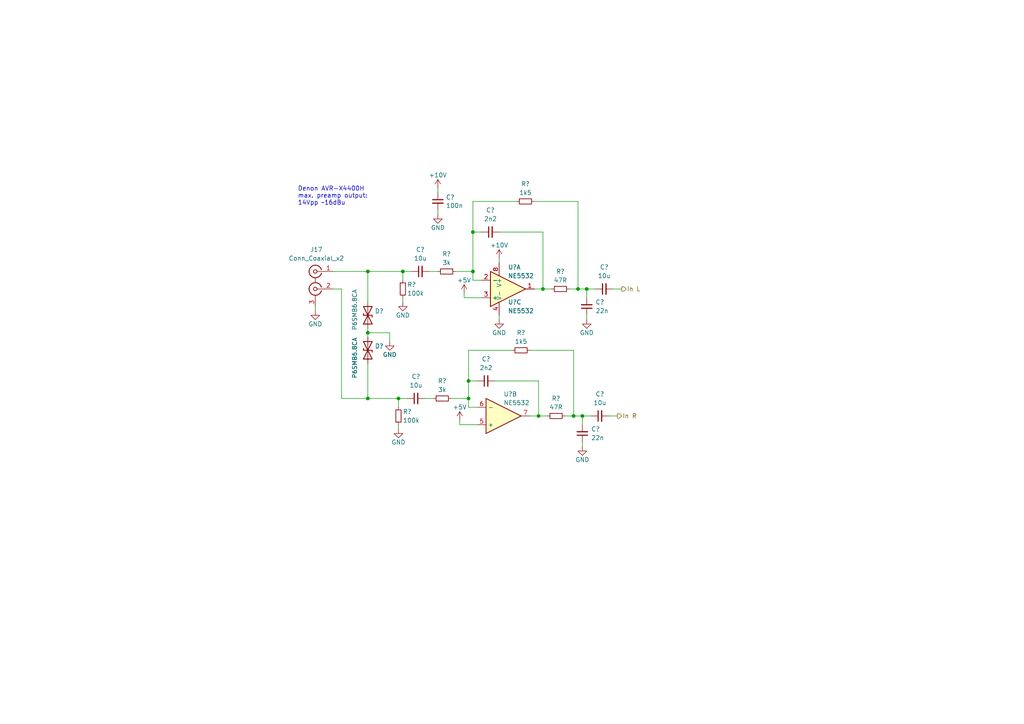
<source format=kicad_sch>
(kicad_sch (version 20230121) (generator eeschema)
  (paper "A4")
  (title_block (title "SmallDSP") (date "2023-10-12") (rev "1.1") (company "Till Heuer"))
  (lib_symbols
    (symbol "Connector:Conn_Coaxial_x2" (pin_names (offset 1.016) hide)
      (property "Reference" "J" (at 0 5.715 0))
      (property "Value" "Conn_Coaxial_x2" (at 2.921 0 90))
      (symbol "Conn_Coaxial_x2_0_1"
        (arc (start -1.778 -3.048) (mid 0.2311 -4.3466) (end 1.778 -2.54) (stroke (width 0.254)))
        (arc (start -1.778 2.032) (mid 0.2311 0.7334) (end 1.778 2.54) (stroke (width 0.254)))
        (circle (center 0 -2.54) (radius 0.508) (stroke (width 0.2032)))
        (polyline (pts (xy -2.54 -2.54) (xy -0.508 -2.54)))
        (polyline (pts (xy -2.54 2.54) (xy -0.508 2.54)))
        (polyline (pts (xy 0 -5.08) (xy 0 -4.318)))
        (polyline (pts (xy 0 0.762) (xy 0 -0.635)))
        (circle (center 0 2.54) (radius 0.508) (stroke (width 0.2032)))
        (arc (start 1.778 -2.54) (mid 0.2099 -0.7299) (end -1.778 -2.032) (stroke (width 0.254)))
        (arc (start 1.778 2.54) (mid 0.2099 4.3501) (end -1.778 3.048) (stroke (width 0.254)))
      )
      (symbol "Conn_Coaxial_x2_1_1"
        (pin passive line (at -5.08 2.54 0) (length 2.54) (name "IN1") (number "1"))
        (pin passive line (at -5.08 -2.54 0) (length 2.54) (name "IN2") (number "2"))
        (pin passive line (at 0 -7.62 90) (length 2.54) (name "EXT") (number "3"))
      )
    )
    (symbol "Device:C_Small" (pin_numbers hide) (pin_names (offset 0.254) hide)
      (property "Reference" "C" (at 0.254 1.778 0))
      (property "Value" "C_Small" (at 0.254 -2.032 0))
      (symbol "C_Small_0_1"
        (polyline (pts (xy -1.524 -0.508) (xy 1.524 -0.508)) (stroke (width 0.3302)))
        (polyline (pts (xy -1.524 0.508) (xy 1.524 0.508)) (stroke (width 0.3048)))
      )
      (symbol "C_Small_1_1"
        (pin passive line (at 0 2.54 270) (length 2.032) (name "~") (number "1"))
        (pin passive line (at 0 -2.54 90) (length 2.032) (name "~") (number "2"))
      )
    )
    (symbol "Device:D_TVS" (pin_numbers hide) (pin_names (offset 1.016) hide)
      (property "Reference" "D" (at 0 2.54 0))
      (property "Value" "D_TVS" (at 0 -2.54 0))
      (symbol "D_TVS_0_1"
        (polyline (pts (xy 1.27 0) (xy -1.27 0)))
        (polyline (pts (xy 0.508 1.27) (xy 0 1.27) (xy 0 -1.27) (xy -0.508 -1.27)) (stroke (width 0.254)))
        (polyline (pts (xy -2.54 1.27) (xy -2.54 -1.27) (xy 2.54 1.27) (xy 2.54 -1.27) (xy -2.54 1.27)) (stroke (width 0.254)))
      )
      (symbol "D_TVS_1_1"
        (pin passive line (at -3.81 0 0) (length 2.54) (name "A1") (number "1"))
        (pin passive line (at 3.81 0 180) (length 2.54) (name "A2") (number "2"))
      )
    )
    (symbol "Device:Opamp_Dual"
      (property "Reference" "U" (at 0 5.08 0))
      (property "Value" "Opamp_Dual" (at 0 -5.08 0))
      (symbol "Opamp_Dual_1_1"
        (polyline (pts (xy -5.08 5.08) (xy 5.08 0) (xy -5.08 -5.08) (xy -5.08 5.08)) (stroke (width 0.254)) (fill (type background)))
        (pin output line (at 7.62 0 180) (length 2.54) (name "~") (number "1"))
        (pin input line (at -7.62 -2.54 0) (length 2.54) (name "-") (number "2"))
        (pin input line (at -7.62 2.54 0) (length 2.54) (name "+") (number "3"))
      )
      (symbol "Opamp_Dual_2_1"
        (polyline (pts (xy -5.08 5.08) (xy 5.08 0) (xy -5.08 -5.08) (xy -5.08 5.08)) (stroke (width 0.254)) (fill (type background)))
        (pin input line (at -7.62 2.54 0) (length 2.54) (name "+") (number "5"))
        (pin input line (at -7.62 -2.54 0) (length 2.54) (name "-") (number "6"))
        (pin output line (at 7.62 0 180) (length 2.54) (name "~") (number "7"))
      )
      (symbol "Opamp_Dual_3_1"
        (pin power_in line (at -2.54 -7.62 90) (length 3.81) (name "V-") (number "4"))
        (pin power_in line (at -2.54 7.62 270) (length 3.81) (name "V+") (number "8"))
      )
    )
    (symbol "Device:R_Small" (pin_numbers hide) (pin_names (offset 0.254) hide)
      (property "Reference" "R" (at 0.762 0.508 0))
      (property "Value" "R_Small" (at 0.762 -1.016 0))
      (symbol "R_Small_0_1"
        (rectangle (start -0.762 1.778) (end 0.762 -1.778) (stroke (width 0.2032)))
      )
      (symbol "R_Small_1_1"
        (pin passive line (at 0 2.54 270) (length 0.762) (name "~") (number "1"))
        (pin passive line (at 0 -2.54 90) (length 0.762) (name "~") (number "2"))
      )
    )
    (symbol "power:+10V" (power) (pin_names (offset 0))
      (property "Value" "+10V" (at 0 3.556 0))
      (symbol "+10V_0_1"
        (polyline (pts (xy -0.762 1.27) (xy 0 2.54)))
        (polyline (pts (xy 0 0) (xy 0 2.54)))
        (polyline (pts (xy 0 2.54) (xy 0.762 1.27)))
      )
      (symbol "+10V_1_1"
        (pin power_in line (at 0 0 90) (length 0) hide (name "+10V") (number "1"))
      )
    )
    (symbol "power:+5V" (power) (pin_names (offset 0))
      (property "Value" "+5V" (at 0 3.556 0))
      (symbol "+5V_0_1"
        (polyline (pts (xy -0.762 1.27) (xy 0 2.54)))
        (polyline (pts (xy 0 0) (xy 0 2.54)))
        (polyline (pts (xy 0 2.54) (xy 0.762 1.27)))
      )
      (symbol "+5V_1_1"
        (pin power_in line (at 0 0 90) (length 0) hide (name "+5V") (number "1"))
      )
    )
    (symbol "power:GND" (power) (pin_names (offset 0))
      (property "Value" "GND" (at 0 -3.81 0))
      (symbol "GND_0_1"
        (polyline (pts (xy 0 0) (xy 0 -1.27) (xy 1.27 -1.27) (xy 0 -2.54) (xy -1.27 -1.27) (xy 0 -1.27)))
      )
      (symbol "GND_1_1"
        (pin power_in line (at 0 0 270) (length 0) hide (name "GND") (number "1"))
      )
    )
  )
  (junction (at 115.57 115.57))
  (junction (at 137.16 67.31))
  (junction (at 137.16 78.74))
  (junction (at 106.68 96.52))
  (junction (at 106.68 115.57))
  (junction (at 116.84 78.74))
  (junction (at 156.21 120.65))
  (junction (at 170.18 83.82))
  (junction (at 106.68 78.74))
  (junction (at 135.89 110.49))
  (junction (at 135.89 115.57))
  (junction (at 166.37 120.65))
  (junction (at 157.48 83.82))
  (junction (at 167.64 83.82))
  (junction (at 168.91 120.65))
  (wire (pts (xy 176.53 120.65) (xy 179.07 120.65)))
  (wire (pts (xy 166.37 101.6) (xy 166.37 120.65)))
  (wire (pts (xy 106.68 95.25) (xy 106.68 96.52)))
  (wire (pts (xy 106.68 96.52) (xy 113.03 96.52)))
  (wire (pts (xy 116.84 78.74) (xy 116.84 81.28)))
  (wire (pts (xy 96.52 78.74) (xy 106.68 78.74)))
  (wire (pts (xy 157.48 83.82) (xy 154.94 83.82)))
  (wire (pts (xy 168.91 123.19) (xy 168.91 120.65)))
  (wire (pts (xy 138.43 110.49) (xy 135.89 110.49)))
  (wire (pts (xy 170.18 83.82) (xy 167.64 83.82)))
  (wire (pts (xy 170.18 86.36) (xy 170.18 83.82)))
  (wire (pts (xy 137.16 78.74) (xy 137.16 81.28)))
  (wire (pts (xy 168.91 120.65) (xy 171.45 120.65)))
  (wire (pts (xy 138.43 118.11) (xy 135.89 118.11)))
  (wire (pts (xy 148.59 101.6) (xy 135.89 101.6)))
  (wire (pts (xy 156.21 110.49) (xy 156.21 120.65)))
  (wire (pts (xy 168.91 120.65) (xy 166.37 120.65)))
  (wire (pts (xy 149.86 58.42) (xy 137.16 58.42)))
  (wire (pts (xy 137.16 67.31) (xy 137.16 78.74)))
  (wire (pts (xy 113.03 96.52) (xy 113.03 99.06)))
  (wire (pts (xy 124.46 78.74) (xy 127 78.74)))
  (wire (pts (xy 168.91 128.27) (xy 168.91 129.54)))
  (wire (pts (xy 156.21 120.65) (xy 158.75 120.65)))
  (wire (pts (xy 130.81 115.57) (xy 135.89 115.57)))
  (wire (pts (xy 134.62 86.36) (xy 139.7 86.36)))
  (wire (pts (xy 167.64 83.82) (xy 165.1 83.82)))
  (wire (pts (xy 133.35 121.92) (xy 133.35 123.19)))
  (wire (pts (xy 167.64 58.42) (xy 167.64 83.82)))
  (wire (pts (xy 115.57 115.57) (xy 118.11 115.57)))
  (wire (pts (xy 170.18 83.82) (xy 172.72 83.82)))
  (wire (pts (xy 127 54.61) (xy 127 55.88)))
  (wire (pts (xy 132.08 78.74) (xy 137.16 78.74)))
  (wire (pts (xy 153.67 101.6) (xy 166.37 101.6)))
  (wire (pts (xy 139.7 67.31) (xy 137.16 67.31)))
  (wire (pts (xy 133.35 123.19) (xy 138.43 123.19)))
  (wire (pts (xy 91.44 88.9) (xy 91.44 90.17)))
  (wire (pts (xy 154.94 58.42) (xy 167.64 58.42)))
  (wire (pts (xy 144.78 91.44) (xy 144.78 92.71)))
  (wire (pts (xy 170.18 91.44) (xy 170.18 92.71)))
  (wire (pts (xy 127 60.96) (xy 127 62.23)))
  (wire (pts (xy 139.7 81.28) (xy 137.16 81.28)))
  (wire (pts (xy 135.89 115.57) (xy 135.89 118.11)))
  (wire (pts (xy 99.06 115.57) (xy 99.06 83.82)))
  (wire (pts (xy 115.57 115.57) (xy 115.57 118.11)))
  (wire (pts (xy 157.48 67.31) (xy 157.48 83.82)))
  (wire (pts (xy 116.84 78.74) (xy 119.38 78.74)))
  (wire (pts (xy 116.84 86.36) (xy 116.84 87.63)))
  (wire (pts (xy 99.06 115.57) (xy 106.68 115.57)))
  (wire (pts (xy 106.68 78.74) (xy 106.68 87.63)))
  (wire (pts (xy 99.06 83.82) (xy 96.52 83.82)))
  (wire (pts (xy 106.68 96.52) (xy 106.68 97.79)))
  (wire (pts (xy 134.62 85.09) (xy 134.62 86.36)))
  (wire (pts (xy 123.19 115.57) (xy 125.73 115.57)))
  (wire (pts (xy 135.89 101.6) (xy 135.89 110.49)))
  (wire (pts (xy 106.68 105.41) (xy 106.68 115.57)))
  (wire (pts (xy 144.78 67.31) (xy 157.48 67.31)))
  (wire (pts (xy 143.51 110.49) (xy 156.21 110.49)))
  (wire (pts (xy 106.68 115.57) (xy 115.57 115.57)))
  (wire (pts (xy 106.68 78.74) (xy 116.84 78.74)))
  (wire (pts (xy 137.16 58.42) (xy 137.16 67.31)))
  (wire (pts (xy 177.8 83.82) (xy 180.34 83.82)))
  (wire (pts (xy 144.78 74.93) (xy 144.78 76.2)))
  (wire (pts (xy 135.89 110.49) (xy 135.89 115.57)))
  (wire (pts (xy 157.48 83.82) (xy 160.02 83.82)))
  (wire (pts (xy 115.57 123.19) (xy 115.57 124.46)))
  (wire (pts (xy 166.37 120.65) (xy 163.83 120.65)))
  (wire (pts (xy 156.21 120.65) (xy 153.67 120.65)))
  (text "Denon AVR-X4400H\nmax. preamp output:\n14Vpp ~16dBu" (at 86.36 59.69 0) (effects (font (size 1.27 1.27)) (justify left bottom)))
  (hierarchical_label "In R" (shape output) (at 179.07 120.65 0))
  (hierarchical_label "In L" (shape output) (at 180.34 83.82 0))
  (symbol (lib_id "Device:D_TVS") (at 106.68 101.6 90) (unit 1)
    (property "Reference" "D?" (at 108.712 100.3879 90) (effects (justify right)))
    (property "Value" "P6SMB6.8CA" (at 102.87 97.79 0) (effects (justify right)))
    (property "Footprint" "Diode_SMD:D_SMB" (effects hide))
    (property "Assembling" "X" (effects hide))
    (property "JLC Part Number" "C78395" (effects hide))
    (property "Manufacturer" "Brightking" (effects hide))
    (property "Part Number" "P6SMB6.8CA/TR13" (effects hide))
    (instances (project "SmallDSPMaxi" (path "" (reference "D?") (unit 1)) (path "" (reference "D?") (unit 1)) (path "" (reference "D9") (unit 1)) (path "" (reference "D11") (unit 1)) (path "" (reference "D15") (unit 1)) (path "" (reference "D22") (unit 1)) (path "" (reference "D24") (unit 1)) (path "" (reference "D26") (unit 1)) (path "" (reference "D28") (unit 1)) (path "" (reference "D30") (unit 1)) (path "" (reference "D32") (unit 1)) (path "" (reference "D34") (unit 1)) (path "" (reference "D36") (unit 1)) (path "" (reference "D38") (unit 1))))
  )
  (symbol (lib_id "Device:R_Small") (at 161.29 120.65 90) (unit 1)
    (property "Reference" "R?" (at 161.29 115.57 90))
    (property "Value" "47R" (at 161.29 118.11 90))
    (property "Assembling" "X" (effects hide))
    (property "Manufacturer" "UNI-ROYAL(Uniroyal Elec)" (effects hide))
    (property "Tolerance" "1%" (effects hide))
    (instances (project "SmallDSPMaxi" (path "" (reference "R?") (unit 1)) (path "" (reference "R24") (unit 1)) (path "" (reference "R50") (unit 1)) (path "" (reference "R58") (unit 1)) (path "" (reference "R66") (unit 1)) (path "" (reference "R74") (unit 1)) (path "" (reference "R95") (unit 1)) (path "" (reference "R103") (unit 1)) (path "" (reference "R111") (unit 1)) (path "" (reference "R119") (unit 1)) (path "" (reference "R127") (unit 1)) (path "" (reference "R135") (unit 1)) (path "" (reference "R143") (unit 1))))
  )
  (symbol (lib_id "power:GND") (at 170.18 92.71 0) (unit 1)
    (property "Reference" "#PWR?" (effects hide))
    (property "Value" "GND" (at 170.18 96.52 0))
    (instances (project "SmallDSPMaxi" (path "" (reference "#PWR?") (unit 1)) (path "" (reference "#PWR079") (unit 1)) (path "" (reference "#PWR0115") (unit 1)) (path "" (reference "#PWR0132") (unit 1)) (path "" (reference "#PWR0155") (unit 1)) (path "" (reference "#PWR0240") (unit 1)) (path "" (reference "#PWR0254") (unit 1)) (path "" (reference "#PWR0268") (unit 1)) (path "" (reference "#PWR0282") (unit 1)) (path "" (reference "#PWR0296") (unit 1)) (path "" (reference "#PWR0310") (unit 1)) (path "" (reference "#PWR0324") (unit 1)) (path "" (reference "#PWR0338") (unit 1))))
  )
  (symbol (lib_id "Device:C_Small") (at 173.99 120.65 90) (unit 1)
    (property "Reference" "C?" (at 173.9963 114.3 90))
    (property "Value" "10u" (at 173.9963 116.84 90))
    (property "Footprint" "Capacitor_SMD:C_1206_3216Metric" (effects hide))
    (property "Dielectric" "X7R" (effects hide))
    (property "Rated Voltage" "50V" (effects hide))
    (property "Assembling" "X" (effects hide))
    (property "JLC Part Number" "C1848" (effects hide))
    (property "Manufacturer" "Samsung Electro-Mechanics" (effects hide))
    (property "Part Number" "CL31B105KBHNNNE" (effects hide))
    (property "Tolerance" "10%" (effects hide))
    (instances (project "SmallDSPMaxi" (path "" (reference "C?") (unit 1)) (path "" (reference "C399") (unit 1)) (path "" (reference "C400") (unit 1)) (path "" (reference "C401") (unit 1)) (path "" (reference "C402") (unit 1)) (path "" (reference "C403") (unit 1)) (path "" (reference "C404") (unit 1)) (path "" (reference "C405") (unit 1)) (path "" (reference "C406") (unit 1)) (path "" (reference "C407") (unit 1)) (path "" (reference "C408") (unit 1)) (path "" (reference "C409") (unit 1)) (path "" (reference "C410") (unit 1))))
  )
  (symbol (lib_id "power:+10V") (at 144.78 74.93 0) (unit 1)
    (property "Reference" "#PWR?" (effects hide))
    (property "Value" "+10V" (at 144.78 71.12 0))
    (instances (project "SmallDSPMaxi" (path "" (reference "#PWR?") (unit 1)) (path "" (reference "#PWR?") (unit 1)) (path "" (reference "#PWR089") (unit 1)) (path "" (reference "#PWR0109") (unit 1)) (path "" (reference "#PWR0128") (unit 1)) (path "" (reference "#PWR0149") (unit 1)) (path "" (reference "#PWR0236") (unit 1)) (path "" (reference "#PWR0250") (unit 1)) (path "" (reference "#PWR0264") (unit 1)) (path "" (reference "#PWR0278") (unit 1)) (path "" (reference "#PWR0292") (unit 1)) (path "" (reference "#PWR0306") (unit 1)) (path "" (reference "#PWR0320") (unit 1)) (path "" (reference "#PWR0334") (unit 1))))
  )
  (symbol (lib_id "Device:Opamp_Dual") (at 146.05 120.65 0) (mirror x) (unit 2)
    (property "Reference" "U?" (at 146.05 114.3 0) (effects (justify left)))
    (property "Value" "NE5532" (at 146.05 116.84 0) (effects (justify left)))
    (property "Footprint" "Package_SO:SOIC-8_3.9x4.9mm_P1.27mm" (effects hide))
    (property "Manufacturer" "Texas Instruments" (effects hide))
    (property "Part Number" "NE5532DR" (effects hide))
    (property "Assembling" "X" (effects hide))
    (property "JLC Part Number" "C7426" (effects hide))
    (instances (project "SmallDSPMaxi" (path "" (reference "U?") (unit 2)) (path "" (reference "U4") (unit 2)) (path "" (reference "U5") (unit 2)) (path "" (reference "U6") (unit 2)) (path "" (reference "U9") (unit 2)) (path "" (reference "U10") (unit 2)) (path "" (reference "U17") (unit 2)) (path "" (reference "U18") (unit 2)) (path "" (reference "U19") (unit 2)) (path "" (reference "U20") (unit 2)) (path "" (reference "U21") (unit 2)) (path "" (reference "U22") (unit 2)) (path "" (reference "U23") (unit 2))))
  )
  (symbol (lib_id "power:GND") (at 168.91 129.54 0) (unit 1)
    (property "Reference" "#PWR?" (effects hide))
    (property "Value" "GND" (at 168.91 133.35 0))
    (instances (project "SmallDSPMaxi" (path "" (reference "#PWR?") (unit 1)) (path "" (reference "#PWR074") (unit 1)) (path "" (reference "#PWR0112") (unit 1)) (path "" (reference "#PWR0130") (unit 1)) (path "" (reference "#PWR0153") (unit 1)) (path "" (reference "#PWR0238") (unit 1)) (path "" (reference "#PWR0252") (unit 1)) (path "" (reference "#PWR0266") (unit 1)) (path "" (reference "#PWR0280") (unit 1)) (path "" (reference "#PWR0294") (unit 1)) (path "" (reference "#PWR0308") (unit 1)) (path "" (reference "#PWR0322") (unit 1)) (path "" (reference "#PWR0336") (unit 1))))
  )
  (symbol (lib_id "power:GND") (at 116.84 87.63 0) (unit 1)
    (property "Reference" "#PWR?" (effects hide))
    (property "Value" "GND" (at 116.84 91.44 0))
    (instances (project "SmallDSPMaxi" (path "" (reference "#PWR?") (unit 1)) (path "" (reference "#PWR077") (unit 1)) (path "" (reference "#PWR0103") (unit 1)) (path "" (reference "#PWR0120") (unit 1)) (path "" (reference "#PWR0137") (unit 1)) (path "" (reference "#PWR0161") (unit 1)) (path "" (reference "#PWR0245") (unit 1)) (path "" (reference "#PWR0259") (unit 1)) (path "" (reference "#PWR0273") (unit 1)) (path "" (reference "#PWR0287") (unit 1)) (path "" (reference "#PWR0301") (unit 1)) (path "" (reference "#PWR0315") (unit 1)) (path "" (reference "#PWR0329") (unit 1))))
  )
  (symbol (lib_id "Device:R_Small") (at 116.84 83.82 0) (mirror y) (unit 1)
    (property "Reference" "R?" (at 118.11 82.55 0) (effects (justify right)))
    (property "Value" "100k" (at 118.11 85.09 0) (effects (justify right)))
    (property "Footprint" "Resistor_SMD:R_0402_1005Metric" (effects hide))
    (property "Assembling" "X" (effects hide))
    (property "JLC Part Number" "C25741" (effects hide))
    (property "Manufacturer" "UNI-ROYAL(Uniroyal Elec)" (effects hide))
    (property "Rated Power" "62.5mW" (effects hide))
    (property "Part Number" "0402WGF1003TCE" (effects hide))
    (property "Tolerance" "1%" (effects hide))
    (instances (project "SmallDSPMaxi" (path "" (reference "R?") (unit 1)) (path "" (reference "R20") (unit 1)) (path "" (reference "R45") (unit 1)) (path "" (reference "R53") (unit 1)) (path "" (reference "R61") (unit 1)) (path "" (reference "R69") (unit 1)) (path "" (reference "R90") (unit 1)) (path "" (reference "R98") (unit 1)) (path "" (reference "R106") (unit 1)) (path "" (reference "R114") (unit 1)) (path "" (reference "R122") (unit 1)) (path "" (reference "R130") (unit 1)) (path "" (reference "R138") (unit 1))))
  )
  (symbol (lib_id "power:+5V") (at 134.62 85.09 0) (unit 1)
    (property "Reference" "#PWR?" (effects hide))
    (property "Value" "+5V" (at 134.62 81.28 0))
    (instances (project "SmallDSPMaxi" (path "" (reference "#PWR?") (unit 1)) (path "" (reference "#PWR076") (unit 1)) (path "" (reference "#PWR0108") (unit 1)) (path "" (reference "#PWR0125") (unit 1)) (path "" (reference "#PWR0148") (unit 1)) (path "" (reference "#PWR0235") (unit 1)) (path "" (reference "#PWR0249") (unit 1)) (path "" (reference "#PWR0263") (unit 1)) (path "" (reference "#PWR0277") (unit 1)) (path "" (reference "#PWR0291") (unit 1)) (path "" (reference "#PWR0305") (unit 1)) (path "" (reference "#PWR0319") (unit 1)) (path "" (reference "#PWR0333") (unit 1))))
  )
  (symbol (lib_id "Device:C_Small") (at 127 58.42 0) (unit 1)
    (property "Reference" "C?" (at 129.3241 57.2142 0) (effects (justify left)))
    (property "Value" "100n" (at 129.3241 59.6384 0) (effects (justify left)))
    (property "Footprint" "Capacitor_SMD:C_0402_1005Metric" (effects hide))
    (property "Dielectric" "X7R" (effects hide))
    (property "Notes" "-25%@10VDC" (effects hide))
    (property "Rated Voltage" "50V" (effects hide))
    (property "Assembling" "X" (effects hide))
    (property "JLC Part Number" "C307331" (effects hide))
    (property "Manufacturer" "Samsung Electro-Mechanics" (effects hide))
    (property "Part Number" "CL05B104KB54PNC" (effects hide))
    (property "Tolerance" "10%" (effects hide))
    (instances (project "SmallDSPMaxi" (path "" (reference "C?") (unit 1)) (path "" (reference "C19") (unit 1)) (path "" (reference "C33") (unit 1)) (path "" (reference "C104") (unit 1)) (path "" (reference "C113") (unit 1)) (path "" (reference "C122") (unit 1)) (path "" (reference "C131") (unit 1)) (path "" (reference "C140") (unit 1)) (path "" (reference "C149") (unit 1)) (path "" (reference "C158") (unit 1)) (path "" (reference "C167") (unit 1)) (path "" (reference "C176") (unit 1)) (path "" (reference "C185") (unit 1))))
  )
  (symbol (lib_id "Device:C_Small") (at 120.65 115.57 90) (unit 1)
    (property "Reference" "C?" (at 120.6563 109.22 90))
    (property "Value" "10u" (at 120.6563 111.76 90))
    (property "Footprint" "Capacitor_SMD:C_1206_3216Metric" (effects hide))
    (property "Dielectric" "X7R" (effects hide))
    (property "Rated Voltage" "50V" (effects hide))
    (property "Assembling" "X" (effects hide))
    (property "JLC Part Number" "C1848" (effects hide))
    (property "Manufacturer" "Samsung Electro-Mechanics" (effects hide))
    (property "Part Number" "CL31B105KBHNNNE" (effects hide))
    (property "Tolerance" "10%" (effects hide))
    (instances (project "SmallDSPMaxi" (path "" (reference "C?") (unit 1)) (path "" (reference "C14") (unit 1)) (path "" (reference "C30") (unit 1)) (path "" (reference "C102") (unit 1)) (path "" (reference "C111") (unit 1)) (path "" (reference "C120") (unit 1)) (path "" (reference "C129") (unit 1)) (path "" (reference "C138") (unit 1)) (path "" (reference "C147") (unit 1)) (path "" (reference "C156") (unit 1)) (path "" (reference "C165") (unit 1)) (path "" (reference "C174") (unit 1)) (path "" (reference "C183") (unit 1))))
  )
  (symbol (lib_id "power:GND") (at 113.03 99.06 0) (unit 1)
    (property "Reference" "#PWR?" (effects hide))
    (property "Value" "GND" (at 113.03 102.87 0))
    (instances (project "SmallDSPMaxi" (path "" (reference "#PWR?") (unit 1)) (path "" (reference "#PWR?") (unit 1)) (path "" (reference "#PWR075") (unit 1)) (path "" (reference "#PWR091") (unit 1)) (path "" (reference "#PWR0118") (unit 1)) (path "" (reference "#PWR0135") (unit 1)) (path "" (reference "#PWR0158") (unit 1)) (path "" (reference "#PWR0243") (unit 1)) (path "" (reference "#PWR0257") (unit 1)) (path "" (reference "#PWR0271") (unit 1)) (path "" (reference "#PWR0285") (unit 1)) (path "" (reference "#PWR0299") (unit 1)) (path "" (reference "#PWR0313") (unit 1)) (path "" (reference "#PWR0327") (unit 1))))
  )
  (symbol (lib_id "Device:Opamp_Dual") (at 147.32 83.82 0) (unit 3)
    (property "Reference" "U?" (at 147.32 87.63 0) (effects (justify left)))
    (property "Value" "NE5532" (at 147.32 90.17 0) (effects (justify left)))
    (property "Footprint" "Package_SO:SOIC-8_3.9x4.9mm_P1.27mm" (effects hide))
    (property "Manufacturer" "Texas Instruments" (effects hide))
    (property "Part Number" "NE5532DR" (effects hide))
    (property "Assembling" "X" (effects hide))
    (property "JLC Part Number" "C7426" (effects hide))
    (instances (project "SmallDSPMaxi" (path "" (reference "U?") (unit 3)) (path "" (reference "U4") (unit 3)) (path "" (reference "U5") (unit 3)) (path "" (reference "U6") (unit 3)) (path "" (reference "U9") (unit 3)) (path "" (reference "U10") (unit 3)) (path "" (reference "U17") (unit 3)) (path "" (reference "U18") (unit 3)) (path "" (reference "U19") (unit 3)) (path "" (reference "U20") (unit 3)) (path "" (reference "U21") (unit 3)) (path "" (reference "U22") (unit 3)) (path "" (reference "U23") (unit 3))))
  )
  (symbol (lib_id "Device:R_Small") (at 151.13 101.6 90) (unit 1)
    (property "Reference" "R?" (at 151.13 96.52 90))
    (property "Value" "1k5" (at 151.13 99.06 90))
    (property "Assembling" "X" (effects hide))
    (property "Manufacturer" "UNI-ROYAL(Uniroyal Elec)" (effects hide))
    (property "Tolerance" "1%" (effects hide))
    (instances (project "SmallDSPMaxi" (path "" (reference "R?") (unit 1)) (path "" (reference "R23") (unit 1)) (path "" (reference "R48") (unit 1)) (path "" (reference "R56") (unit 1)) (path "" (reference "R64") (unit 1)) (path "" (reference "R72") (unit 1)) (path "" (reference "R93") (unit 1)) (path "" (reference "R101") (unit 1)) (path "" (reference "R109") (unit 1)) (path "" (reference "R117") (unit 1)) (path "" (reference "R125") (unit 1)) (path "" (reference "R133") (unit 1)) (path "" (reference "R141") (unit 1))))
  )
  (symbol (lib_id "Device:R_Small") (at 152.4 58.42 90) (unit 1)
    (property "Reference" "R?" (at 152.4 53.34 90))
    (property "Value" "1k5" (at 152.4 55.88 90))
    (property "Assembling" "X" (effects hide))
    (property "Manufacturer" "UNI-ROYAL(Uniroyal Elec)" (effects hide))
    (property "Tolerance" "1%" (effects hide))
    (instances (project "SmallDSPMaxi" (path "" (reference "R?") (unit 1)) (path "" (reference "R26") (unit 1)) (path "" (reference "R49") (unit 1)) (path "" (reference "R57") (unit 1)) (path "" (reference "R65") (unit 1)) (path "" (reference "R73") (unit 1)) (path "" (reference "R94") (unit 1)) (path "" (reference "R102") (unit 1)) (path "" (reference "R110") (unit 1)) (path "" (reference "R118") (unit 1)) (path "" (reference "R126") (unit 1)) (path "" (reference "R134") (unit 1)) (path "" (reference "R142") (unit 1))))
  )
  (symbol (lib_id "Device:Opamp_Dual") (at 147.32 83.82 0) (mirror x) (unit 1)
    (property "Reference" "U?" (at 147.32 77.47 0) (effects (justify left)))
    (property "Value" "NE5532" (at 147.32 80.01 0) (effects (justify left)))
    (property "Footprint" "Package_SO:SOIC-8_3.9x4.9mm_P1.27mm" (effects hide))
    (property "Manufacturer" "Texas Instruments" (effects hide))
    (property "Part Number" "NE5532DR" (effects hide))
    (property "Assembling" "X" (effects hide))
    (property "JLC Part Number" "C7426" (effects hide))
    (instances (project "SmallDSPMaxi" (path "" (reference "U?") (unit 1)) (path "" (reference "U4") (unit 1)) (path "" (reference "U5") (unit 1)) (path "" (reference "U6") (unit 1)) (path "" (reference "U9") (unit 1)) (path "" (reference "U10") (unit 1)) (path "" (reference "U17") (unit 1)) (path "" (reference "U18") (unit 1)) (path "" (reference "U19") (unit 1)) (path "" (reference "U20") (unit 1)) (path "" (reference "U21") (unit 1)) (path "" (reference "U22") (unit 1)) (path "" (reference "U23") (unit 1))))
  )
  (symbol (lib_id "Device:C_Small") (at 140.97 110.49 90) (unit 1)
    (property "Reference" "C?" (at 140.9763 104.14 90))
    (property "Value" "2n2" (at 140.9763 106.68 90))
    (property "Dielectric" "X7R" (effects hide))
    (property "Notes" "C0G better" (effects hide))
    (property "Rated Voltage" "50V" (effects hide))
    (property "Assembling" "X" (effects hide))
    (property "Tolerance" "10%" (effects hide))
    (instances (project "SmallDSPMaxi" (path "" (reference "C?") (unit 1)) (path "" (reference "C9") (unit 1)) (path "" (reference "C34") (unit 1)) (path "" (reference "C105") (unit 1)) (path "" (reference "C114") (unit 1)) (path "" (reference "C123") (unit 1)) (path "" (reference "C132") (unit 1)) (path "" (reference "C141") (unit 1)) (path "" (reference "C150") (unit 1)) (path "" (reference "C159") (unit 1)) (path "" (reference "C168") (unit 1)) (path "" (reference "C177") (unit 1)) (path "" (reference "C186") (unit 1))))
  )
  (symbol (lib_id "Connector:Conn_Coaxial_x2") (at 91.44 81.28 0) (mirror y) (unit 1)
    (property "Reference" "J17" (at 91.7574 72.39 0))
    (property "Value" "Conn_Coaxial_x2" (at 91.7574 74.93 0))
    (property "Datasheet" " ~" (effects hide))
    (instances (project "SmallDSPMaxi" (path "" (reference "J17") (unit 1)) (path "" (reference "J1") (unit 1)) (path "" (reference "J2") (unit 1)) (path "" (reference "J3") (unit 1)) (path "" (reference "J4") (unit 1)) (path "" (reference "J5") (unit 1)) (path "" (reference "J6") (unit 1)) (path "" (reference "J7") (unit 1)) (path "" (reference "J8") (unit 1)) (path "" (reference "J9") (unit 1)) (path "" (reference "J10") (unit 1)) (path "" (reference "J12") (unit 1))))
  )
  (symbol (lib_id "Device:R_Small") (at 128.27 115.57 90) (unit 1)
    (property "Reference" "R?" (at 128.27 110.49 90))
    (property "Value" "3k" (at 128.27 113.03 90))
    (property "Assembling" "X" (effects hide))
    (property "Manufacturer" "UNI-ROYAL(Uniroyal Elec)" (effects hide))
    (property "Tolerance" "1%" (effects hide))
    (instances (project "SmallDSPMaxi" (path "" (reference "R?") (unit 1)) (path "" (reference "R22") (unit 1)) (path "" (reference "R46") (unit 1)) (path "" (reference "R54") (unit 1)) (path "" (reference "R62") (unit 1)) (path "" (reference "R70") (unit 1)) (path "" (reference "R91") (unit 1)) (path "" (reference "R99") (unit 1)) (path "" (reference "R107") (unit 1)) (path "" (reference "R115") (unit 1)) (path "" (reference "R123") (unit 1)) (path "" (reference "R131") (unit 1)) (path "" (reference "R139") (unit 1))))
  )
  (symbol (lib_id "Device:R_Small") (at 129.54 78.74 90) (unit 1)
    (property "Reference" "R?" (at 129.54 73.66 90))
    (property "Value" "3k" (at 129.54 76.2 90))
    (property "Assembling" "X" (effects hide))
    (property "Manufacturer" "UNI-ROYAL(Uniroyal Elec)" (effects hide))
    (property "Tolerance" "1%" (effects hide))
    (instances (project "SmallDSPMaxi" (path "" (reference "R?") (unit 1)) (path "" (reference "R25") (unit 1)) (path "" (reference "R47") (unit 1)) (path "" (reference "R55") (unit 1)) (path "" (reference "R63") (unit 1)) (path "" (reference "R71") (unit 1)) (path "" (reference "R92") (unit 1)) (path "" (reference "R100") (unit 1)) (path "" (reference "R108") (unit 1)) (path "" (reference "R116") (unit 1)) (path "" (reference "R124") (unit 1)) (path "" (reference "R132") (unit 1)) (path "" (reference "R140") (unit 1))))
  )
  (symbol (lib_id "Device:C_Small") (at 175.26 83.82 90) (unit 1)
    (property "Reference" "C?" (at 175.2663 77.47 90))
    (property "Value" "10u" (at 175.2663 80.01 90))
    (property "Footprint" "Capacitor_SMD:C_1206_3216Metric" (effects hide))
    (property "Dielectric" "X7R" (effects hide))
    (property "Rated Voltage" "50V" (effects hide))
    (property "Assembling" "X" (effects hide))
    (property "JLC Part Number" "C1848" (effects hide))
    (property "Manufacturer" "Samsung Electro-Mechanics" (effects hide))
    (property "Part Number" "CL31B105KBHNNNE" (effects hide))
    (property "Tolerance" "10%" (effects hide))
    (instances (project "SmallDSPMaxi" (path "" (reference "C?") (unit 1)) (path "" (reference "C387") (unit 1)) (path "" (reference "C388") (unit 1)) (path "" (reference "C389") (unit 1)) (path "" (reference "C390") (unit 1)) (path "" (reference "C391") (unit 1)) (path "" (reference "C392") (unit 1)) (path "" (reference "C393") (unit 1)) (path "" (reference "C394") (unit 1)) (path "" (reference "C395") (unit 1)) (path "" (reference "C396") (unit 1)) (path "" (reference "C397") (unit 1)) (path "" (reference "C398") (unit 1))))
  )
  (symbol (lib_id "Device:C_Small") (at 142.24 67.31 90) (unit 1)
    (property "Reference" "C?" (at 142.2463 60.96 90))
    (property "Value" "2n2" (at 142.2463 63.5 90))
    (property "Dielectric" "X7R" (effects hide))
    (property "Notes" "C0G better" (effects hide))
    (property "Rated Voltage" "50V" (effects hide))
    (property "Assembling" "X" (effects hide))
    (property "Tolerance" "10%" (effects hide))
    (instances (project "SmallDSPMaxi" (path "" (reference "C?") (unit 1)) (path "" (reference "C11") (unit 1)) (path "" (reference "C35") (unit 1)) (path "" (reference "C106") (unit 1)) (path "" (reference "C115") (unit 1)) (path "" (reference "C124") (unit 1)) (path "" (reference "C133") (unit 1)) (path "" (reference "C142") (unit 1)) (path "" (reference "C151") (unit 1)) (path "" (reference "C160") (unit 1)) (path "" (reference "C169") (unit 1)) (path "" (reference "C178") (unit 1)) (path "" (reference "C187") (unit 1))))
  )
  (symbol (lib_id "power:GND") (at 115.57 124.46 0) (unit 1)
    (property "Reference" "#PWR?" (effects hide))
    (property "Value" "GND" (at 115.57 128.27 0))
    (instances (project "SmallDSPMaxi" (path "" (reference "#PWR?") (unit 1)) (path "" (reference "#PWR078") (unit 1)) (path "" (reference "#PWR092") (unit 1)) (path "" (reference "#PWR0119") (unit 1)) (path "" (reference "#PWR0136") (unit 1)) (path "" (reference "#PWR0159") (unit 1)) (path "" (reference "#PWR0244") (unit 1)) (path "" (reference "#PWR0258") (unit 1)) (path "" (reference "#PWR0272") (unit 1)) (path "" (reference "#PWR0286") (unit 1)) (path "" (reference "#PWR0300") (unit 1)) (path "" (reference "#PWR0314") (unit 1)) (path "" (reference "#PWR0328") (unit 1))))
  )
  (symbol (lib_id "power:+5V") (at 133.35 121.92 0) (unit 1)
    (property "Reference" "#PWR?" (effects hide))
    (property "Value" "+5V" (at 133.35 118.11 0))
    (instances (project "SmallDSPMaxi" (path "" (reference "#PWR?") (unit 1)) (path "" (reference "#PWR086") (unit 1)) (path "" (reference "#PWR0106") (unit 1)) (path "" (reference "#PWR0124") (unit 1)) (path "" (reference "#PWR0147") (unit 1)) (path "" (reference "#PWR0234") (unit 1)) (path "" (reference "#PWR0248") (unit 1)) (path "" (reference "#PWR0262") (unit 1)) (path "" (reference "#PWR0276") (unit 1)) (path "" (reference "#PWR0290") (unit 1)) (path "" (reference "#PWR0304") (unit 1)) (path "" (reference "#PWR0318") (unit 1)) (path "" (reference "#PWR0332") (unit 1))))
  )
  (symbol (lib_id "power:GND") (at 91.44 90.17 0) (unit 1)
    (property "Reference" "#PWR?" (effects hide))
    (property "Value" "GND" (at 91.44 93.98 0))
    (instances (project "SmallDSPMaxi" (path "" (reference "#PWR?") (unit 1)) (path "" (reference "#PWR?") (unit 1)) (path "" (reference "#PWR073") (unit 1)) (path "" (reference "#PWR088") (unit 1)) (path "" (reference "#PWR0117") (unit 1)) (path "" (reference "#PWR0134") (unit 1)) (path "" (reference "#PWR0157") (unit 1)) (path "" (reference "#PWR0242") (unit 1)) (path "" (reference "#PWR0256") (unit 1)) (path "" (reference "#PWR0270") (unit 1)) (path "" (reference "#PWR0284") (unit 1)) (path "" (reference "#PWR0298") (unit 1)) (path "" (reference "#PWR0312") (unit 1)) (path "" (reference "#PWR0326") (unit 1))))
  )
  (symbol (lib_id "Device:C_Small") (at 168.91 125.73 180) (unit 1)
    (property "Reference" "C?" (at 171.45 124.4535 0) (effects (justify right)))
    (property "Value" "22n" (at 171.45 126.9935 0) (effects (justify right)))
    (property "Dielectric" "X7R" (effects hide))
    (property "Notes" "C0G better" (effects hide))
    (property "Rated Voltage" "50V" (effects hide))
    (property "Assembling" "X" (effects hide))
    (property "Tolerance" "10%" (effects hide))
    (instances (project "SmallDSPMaxi" (path "" (reference "C?") (unit 1)) (path "" (reference "C10") (unit 1)) (path "" (reference "C36") (unit 1)) (path "" (reference "C107") (unit 1)) (path "" (reference "C116") (unit 1)) (path "" (reference "C125") (unit 1)) (path "" (reference "C134") (unit 1)) (path "" (reference "C143") (unit 1)) (path "" (reference "C152") (unit 1)) (path "" (reference "C161") (unit 1)) (path "" (reference "C170") (unit 1)) (path "" (reference "C179") (unit 1)) (path "" (reference "C188") (unit 1))))
  )
  (symbol (lib_id "power:GND") (at 127 62.23 0) (unit 1)
    (property "Reference" "#PWR?" (effects hide))
    (property "Value" "GND" (at 127 66.04 0))
    (instances (project "SmallDSPMaxi" (path "" (reference "#PWR?") (unit 1)) (path "" (reference "#PWR0102") (unit 1)) (path "" (reference "#PWR0105") (unit 1)) (path "" (reference "#PWR0123") (unit 1)) (path "" (reference "#PWR0139") (unit 1)) (path "" (reference "#PWR0233") (unit 1)) (path "" (reference "#PWR0247") (unit 1)) (path "" (reference "#PWR0261") (unit 1)) (path "" (reference "#PWR0275") (unit 1)) (path "" (reference "#PWR0289") (unit 1)) (path "" (reference "#PWR0303") (unit 1)) (path "" (reference "#PWR0317") (unit 1)) (path "" (reference "#PWR0331") (unit 1))))
  )
  (symbol (lib_id "Device:C_Small") (at 170.18 88.9 180) (unit 1)
    (property "Reference" "C?" (at 172.72 87.6235 0) (effects (justify right)))
    (property "Value" "22n" (at 172.72 90.1635 0) (effects (justify right)))
    (property "Dielectric" "X7R" (effects hide))
    (property "Notes" "C0G better" (effects hide))
    (property "Rated Voltage" "50V" (effects hide))
    (property "Assembling" "X" (effects hide))
    (property "Tolerance" "10%" (effects hide))
    (instances (project "SmallDSPMaxi" (path "" (reference "C?") (unit 1)) (path "" (reference "C12") (unit 1)) (path "" (reference "C38") (unit 1)) (path "" (reference "C109") (unit 1)) (path "" (reference "C118") (unit 1)) (path "" (reference "C127") (unit 1)) (path "" (reference "C136") (unit 1)) (path "" (reference "C145") (unit 1)) (path "" (reference "C154") (unit 1)) (path "" (reference "C163") (unit 1)) (path "" (reference "C172") (unit 1)) (path "" (reference "C181") (unit 1)) (path "" (reference "C190") (unit 1))))
  )
  (symbol (lib_id "Device:R_Small") (at 115.57 120.65 0) (mirror y) (unit 1)
    (property "Reference" "R?" (at 116.84 119.38 0) (effects (justify right)))
    (property "Value" "100k" (at 116.84 121.92 0) (effects (justify right)))
    (property "Footprint" "Resistor_SMD:R_0402_1005Metric" (effects hide))
    (property "Assembling" "X" (effects hide))
    (property "JLC Part Number" "C25741" (effects hide))
    (property "Manufacturer" "UNI-ROYAL(Uniroyal Elec)" (effects hide))
    (property "Rated Power" "62.5mW" (effects hide))
    (property "Part Number" "0402WGF1003TCE" (effects hide))
    (property "Tolerance" "1%" (effects hide))
    (instances (project "SmallDSPMaxi" (path "" (reference "R?") (unit 1)) (path "" (reference "R21") (unit 1)) (path "" (reference "R44") (unit 1)) (path "" (reference "R52") (unit 1)) (path "" (reference "R60") (unit 1)) (path "" (reference "R68") (unit 1)) (path "" (reference "R89") (unit 1)) (path "" (reference "R97") (unit 1)) (path "" (reference "R105") (unit 1)) (path "" (reference "R113") (unit 1)) (path "" (reference "R121") (unit 1)) (path "" (reference "R129") (unit 1)) (path "" (reference "R137") (unit 1))))
  )
  (symbol (lib_id "Device:R_Small") (at 162.56 83.82 90) (unit 1)
    (property "Reference" "R?" (at 162.56 78.74 90))
    (property "Value" "47R" (at 162.56 81.28 90))
    (property "Assembling" "X" (effects hide))
    (property "Manufacturer" "UNI-ROYAL(Uniroyal Elec)" (effects hide))
    (property "Tolerance" "1%" (effects hide))
    (instances (project "SmallDSPMaxi" (path "" (reference "R?") (unit 1)) (path "" (reference "R27") (unit 1)) (path "" (reference "R51") (unit 1)) (path "" (reference "R59") (unit 1)) (path "" (reference "R67") (unit 1)) (path "" (reference "R75") (unit 1)) (path "" (reference "R96") (unit 1)) (path "" (reference "R104") (unit 1)) (path "" (reference "R112") (unit 1)) (path "" (reference "R120") (unit 1)) (path "" (reference "R128") (unit 1)) (path "" (reference "R136") (unit 1)) (path "" (reference "R144") (unit 1))))
  )
  (symbol (lib_id "power:+10V") (at 127 54.61 0) (unit 1)
    (property "Reference" "#PWR?" (effects hide))
    (property "Value" "+10V" (at 127 50.8 0))
    (instances (project "SmallDSPMaxi" (path "" (reference "#PWR?") (unit 1)) (path "" (reference "#PWR?") (unit 1)) (path "" (reference "#PWR0101") (unit 1)) (path "" (reference "#PWR0104") (unit 1)) (path "" (reference "#PWR0121") (unit 1)) (path "" (reference "#PWR0138") (unit 1)) (path "" (reference "#PWR0232") (unit 1)) (path "" (reference "#PWR0246") (unit 1)) (path "" (reference "#PWR0260") (unit 1)) (path "" (reference "#PWR0274") (unit 1)) (path "" (reference "#PWR0288") (unit 1)) (path "" (reference "#PWR0302") (unit 1)) (path "" (reference "#PWR0316") (unit 1)) (path "" (reference "#PWR0330") (unit 1))))
  )
  (symbol (lib_id "power:GND") (at 144.78 92.71 0) (unit 1)
    (property "Reference" "#PWR?" (effects hide))
    (property "Value" "GND" (at 144.78 96.52 0))
    (instances (project "SmallDSPMaxi" (path "" (reference "#PWR?") (unit 1)) (path "" (reference "#PWR090") (unit 1)) (path "" (reference "#PWR0110") (unit 1)) (path "" (reference "#PWR0129") (unit 1)) (path "" (reference "#PWR0152") (unit 1)) (path "" (reference "#PWR0237") (unit 1)) (path "" (reference "#PWR0251") (unit 1)) (path "" (reference "#PWR0265") (unit 1)) (path "" (reference "#PWR0279") (unit 1)) (path "" (reference "#PWR0293") (unit 1)) (path "" (reference "#PWR0307") (unit 1)) (path "" (reference "#PWR0321") (unit 1)) (path "" (reference "#PWR0335") (unit 1))))
  )
  (symbol (lib_id "Device:D_TVS") (at 106.68 91.44 90) (unit 1)
    (property "Reference" "D?" (at 108.712 90.2279 90) (effects (justify right)))
    (property "Value" "P6SMB6.8CA" (at 102.87 83.82 0) (effects (justify right)))
    (property "Footprint" "Diode_SMD:D_SMB" (effects hide))
    (property "Assembling" "X" (effects hide))
    (property "JLC Part Number" "C78395" (effects hide))
    (property "Manufacturer" "Brightking" (effects hide))
    (property "Part Number" "P6SMB6.8CA/TR13" (effects hide))
    (instances (project "SmallDSPMaxi" (path "" (reference "D?") (unit 1)) (path "" (reference "D?") (unit 1)) (path "" (reference "D8") (unit 1)) (path "" (reference "D10") (unit 1)) (path "" (reference "D14") (unit 1)) (path "" (reference "D21") (unit 1)) (path "" (reference "D23") (unit 1)) (path "" (reference "D25") (unit 1)) (path "" (reference "D27") (unit 1)) (path "" (reference "D29") (unit 1)) (path "" (reference "D31") (unit 1)) (path "" (reference "D33") (unit 1)) (path "" (reference "D35") (unit 1)) (path "" (reference "D37") (unit 1))))
  )
  (symbol (lib_id "Device:C_Small") (at 121.92 78.74 90) (unit 1)
    (property "Reference" "C?" (at 121.9263 72.39 90))
    (property "Value" "10u" (at 121.9263 74.93 90))
    (property "Footprint" "Capacitor_SMD:C_1206_3216Metric" (effects hide))
    (property "Dielectric" "X7R" (effects hide))
    (property "Rated Voltage" "50V" (effects hide))
    (property "Assembling" "X" (effects hide))
    (property "JLC Part Number" "C1848" (effects hide))
    (property "Manufacturer" "Samsung Electro-Mechanics" (effects hide))
    (property "Part Number" "CL31B105KBHNNNE" (effects hide))
    (property "Tolerance" "10%" (effects hide))
    (instances (project "SmallDSPMaxi" (path "" (reference "C?") (unit 1)) (path "" (reference "C13") (unit 1)) (path "" (reference "C32") (unit 1)) (path "" (reference "C103") (unit 1)) (path "" (reference "C112") (unit 1)) (path "" (reference "C121") (unit 1)) (path "" (reference "C130") (unit 1)) (path "" (reference "C139") (unit 1)) (path "" (reference "C148") (unit 1)) (path "" (reference "C157") (unit 1)) (path "" (reference "C166") (unit 1)) (path "" (reference "C175") (unit 1)) (path "" (reference "C184") (unit 1))))
  )
)
</source>
